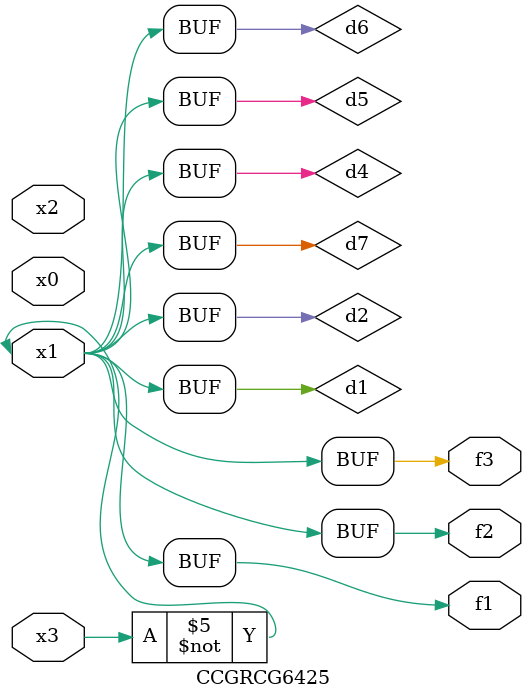
<source format=v>
module CCGRCG6425(
	input x0, x1, x2, x3,
	output f1, f2, f3
);

	wire d1, d2, d3, d4, d5, d6, d7;

	not (d1, x3);
	buf (d2, x1);
	xnor (d3, d1, d2);
	nor (d4, d1);
	buf (d5, d1, d2);
	buf (d6, d4, d5);
	nand (d7, d4);
	assign f1 = d6;
	assign f2 = d7;
	assign f3 = d6;
endmodule

</source>
